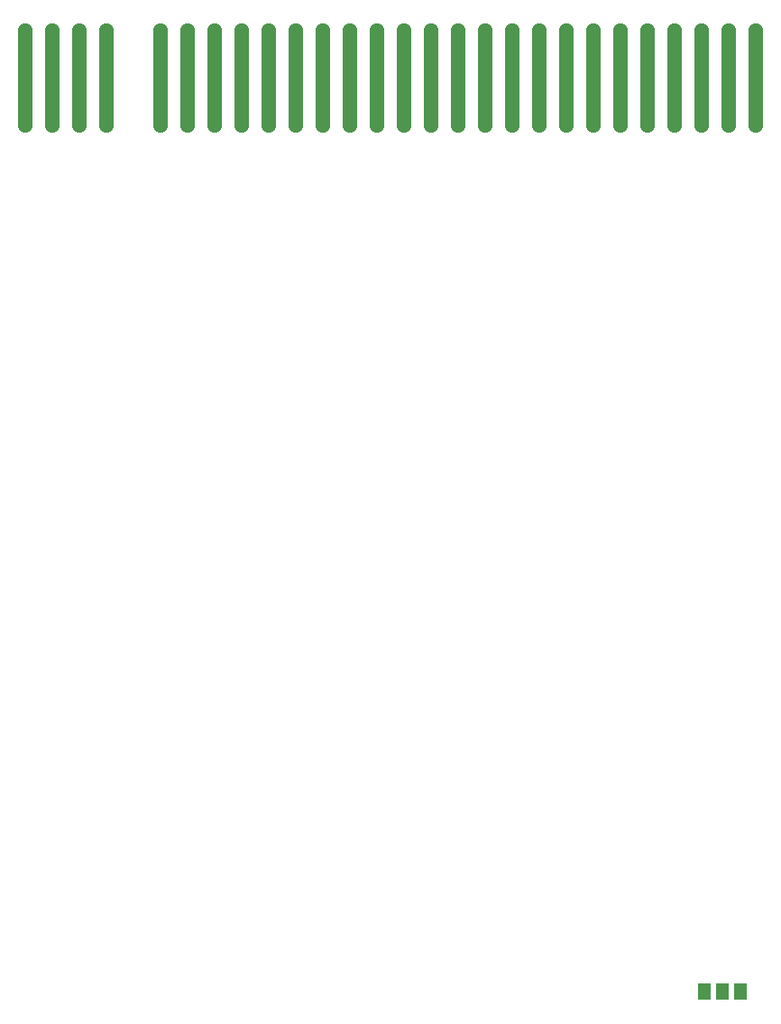
<source format=gtp>
G04 EAGLE Gerber RS-274X export*
G75*
%MOMM*%
%FSLAX34Y34*%
%LPD*%
%INTop Paste*%
%IPPOS*%
%AMOC8*
5,1,8,0,0,1.08239X$1,22.5*%
G01*
%ADD10C,1.143000*%
%ADD11R,1.300000X1.500000*%


D10*
X1213485Y1308735D02*
X1213485Y1218565D01*
X1212215Y1218565D01*
X1212215Y1308735D01*
X1213485Y1308735D01*
X1213485Y1229423D02*
X1212215Y1229423D01*
X1212215Y1240281D02*
X1213485Y1240281D01*
X1213485Y1251139D02*
X1212215Y1251139D01*
X1212215Y1261997D02*
X1213485Y1261997D01*
X1213485Y1272855D02*
X1212215Y1272855D01*
X1212215Y1283713D02*
X1213485Y1283713D01*
X1213485Y1294571D02*
X1212215Y1294571D01*
X1212215Y1305429D02*
X1213485Y1305429D01*
X1238885Y1308735D02*
X1238885Y1218565D01*
X1237615Y1218565D01*
X1237615Y1308735D01*
X1238885Y1308735D01*
X1238885Y1229423D02*
X1237615Y1229423D01*
X1237615Y1240281D02*
X1238885Y1240281D01*
X1238885Y1251139D02*
X1237615Y1251139D01*
X1237615Y1261997D02*
X1238885Y1261997D01*
X1238885Y1272855D02*
X1237615Y1272855D01*
X1237615Y1283713D02*
X1238885Y1283713D01*
X1238885Y1294571D02*
X1237615Y1294571D01*
X1237615Y1305429D02*
X1238885Y1305429D01*
X1264285Y1308735D02*
X1264285Y1218565D01*
X1263015Y1218565D01*
X1263015Y1308735D01*
X1264285Y1308735D01*
X1264285Y1229423D02*
X1263015Y1229423D01*
X1263015Y1240281D02*
X1264285Y1240281D01*
X1264285Y1251139D02*
X1263015Y1251139D01*
X1263015Y1261997D02*
X1264285Y1261997D01*
X1264285Y1272855D02*
X1263015Y1272855D01*
X1263015Y1283713D02*
X1264285Y1283713D01*
X1264285Y1294571D02*
X1263015Y1294571D01*
X1263015Y1305429D02*
X1264285Y1305429D01*
X1289685Y1308735D02*
X1289685Y1218565D01*
X1288415Y1218565D01*
X1288415Y1308735D01*
X1289685Y1308735D01*
X1289685Y1229423D02*
X1288415Y1229423D01*
X1288415Y1240281D02*
X1289685Y1240281D01*
X1289685Y1251139D02*
X1288415Y1251139D01*
X1288415Y1261997D02*
X1289685Y1261997D01*
X1289685Y1272855D02*
X1288415Y1272855D01*
X1288415Y1283713D02*
X1289685Y1283713D01*
X1289685Y1294571D02*
X1288415Y1294571D01*
X1288415Y1305429D02*
X1289685Y1305429D01*
X1340485Y1308735D02*
X1340485Y1218565D01*
X1339215Y1218565D01*
X1339215Y1308735D01*
X1340485Y1308735D01*
X1340485Y1229423D02*
X1339215Y1229423D01*
X1339215Y1240281D02*
X1340485Y1240281D01*
X1340485Y1251139D02*
X1339215Y1251139D01*
X1339215Y1261997D02*
X1340485Y1261997D01*
X1340485Y1272855D02*
X1339215Y1272855D01*
X1339215Y1283713D02*
X1340485Y1283713D01*
X1340485Y1294571D02*
X1339215Y1294571D01*
X1339215Y1305429D02*
X1340485Y1305429D01*
X1365885Y1308735D02*
X1365885Y1218565D01*
X1364615Y1218565D01*
X1364615Y1308735D01*
X1365885Y1308735D01*
X1365885Y1229423D02*
X1364615Y1229423D01*
X1364615Y1240281D02*
X1365885Y1240281D01*
X1365885Y1251139D02*
X1364615Y1251139D01*
X1364615Y1261997D02*
X1365885Y1261997D01*
X1365885Y1272855D02*
X1364615Y1272855D01*
X1364615Y1283713D02*
X1365885Y1283713D01*
X1365885Y1294571D02*
X1364615Y1294571D01*
X1364615Y1305429D02*
X1365885Y1305429D01*
X1391285Y1308735D02*
X1391285Y1218565D01*
X1390015Y1218565D01*
X1390015Y1308735D01*
X1391285Y1308735D01*
X1391285Y1229423D02*
X1390015Y1229423D01*
X1390015Y1240281D02*
X1391285Y1240281D01*
X1391285Y1251139D02*
X1390015Y1251139D01*
X1390015Y1261997D02*
X1391285Y1261997D01*
X1391285Y1272855D02*
X1390015Y1272855D01*
X1390015Y1283713D02*
X1391285Y1283713D01*
X1391285Y1294571D02*
X1390015Y1294571D01*
X1390015Y1305429D02*
X1391285Y1305429D01*
X1416685Y1308735D02*
X1416685Y1218565D01*
X1415415Y1218565D01*
X1415415Y1308735D01*
X1416685Y1308735D01*
X1416685Y1229423D02*
X1415415Y1229423D01*
X1415415Y1240281D02*
X1416685Y1240281D01*
X1416685Y1251139D02*
X1415415Y1251139D01*
X1415415Y1261997D02*
X1416685Y1261997D01*
X1416685Y1272855D02*
X1415415Y1272855D01*
X1415415Y1283713D02*
X1416685Y1283713D01*
X1416685Y1294571D02*
X1415415Y1294571D01*
X1415415Y1305429D02*
X1416685Y1305429D01*
X1442085Y1308735D02*
X1442085Y1218565D01*
X1440815Y1218565D01*
X1440815Y1308735D01*
X1442085Y1308735D01*
X1442085Y1229423D02*
X1440815Y1229423D01*
X1440815Y1240281D02*
X1442085Y1240281D01*
X1442085Y1251139D02*
X1440815Y1251139D01*
X1440815Y1261997D02*
X1442085Y1261997D01*
X1442085Y1272855D02*
X1440815Y1272855D01*
X1440815Y1283713D02*
X1442085Y1283713D01*
X1442085Y1294571D02*
X1440815Y1294571D01*
X1440815Y1305429D02*
X1442085Y1305429D01*
X1467485Y1308735D02*
X1467485Y1218565D01*
X1466215Y1218565D01*
X1466215Y1308735D01*
X1467485Y1308735D01*
X1467485Y1229423D02*
X1466215Y1229423D01*
X1466215Y1240281D02*
X1467485Y1240281D01*
X1467485Y1251139D02*
X1466215Y1251139D01*
X1466215Y1261997D02*
X1467485Y1261997D01*
X1467485Y1272855D02*
X1466215Y1272855D01*
X1466215Y1283713D02*
X1467485Y1283713D01*
X1467485Y1294571D02*
X1466215Y1294571D01*
X1466215Y1305429D02*
X1467485Y1305429D01*
X1492885Y1308735D02*
X1492885Y1218565D01*
X1491615Y1218565D01*
X1491615Y1308735D01*
X1492885Y1308735D01*
X1492885Y1229423D02*
X1491615Y1229423D01*
X1491615Y1240281D02*
X1492885Y1240281D01*
X1492885Y1251139D02*
X1491615Y1251139D01*
X1491615Y1261997D02*
X1492885Y1261997D01*
X1492885Y1272855D02*
X1491615Y1272855D01*
X1491615Y1283713D02*
X1492885Y1283713D01*
X1492885Y1294571D02*
X1491615Y1294571D01*
X1491615Y1305429D02*
X1492885Y1305429D01*
X1518285Y1308735D02*
X1518285Y1218565D01*
X1517015Y1218565D01*
X1517015Y1308735D01*
X1518285Y1308735D01*
X1518285Y1229423D02*
X1517015Y1229423D01*
X1517015Y1240281D02*
X1518285Y1240281D01*
X1518285Y1251139D02*
X1517015Y1251139D01*
X1517015Y1261997D02*
X1518285Y1261997D01*
X1518285Y1272855D02*
X1517015Y1272855D01*
X1517015Y1283713D02*
X1518285Y1283713D01*
X1518285Y1294571D02*
X1517015Y1294571D01*
X1517015Y1305429D02*
X1518285Y1305429D01*
X1543685Y1308735D02*
X1543685Y1218565D01*
X1542415Y1218565D01*
X1542415Y1308735D01*
X1543685Y1308735D01*
X1543685Y1229423D02*
X1542415Y1229423D01*
X1542415Y1240281D02*
X1543685Y1240281D01*
X1543685Y1251139D02*
X1542415Y1251139D01*
X1542415Y1261997D02*
X1543685Y1261997D01*
X1543685Y1272855D02*
X1542415Y1272855D01*
X1542415Y1283713D02*
X1543685Y1283713D01*
X1543685Y1294571D02*
X1542415Y1294571D01*
X1542415Y1305429D02*
X1543685Y1305429D01*
X1569085Y1308735D02*
X1569085Y1218565D01*
X1567815Y1218565D01*
X1567815Y1308735D01*
X1569085Y1308735D01*
X1569085Y1229423D02*
X1567815Y1229423D01*
X1567815Y1240281D02*
X1569085Y1240281D01*
X1569085Y1251139D02*
X1567815Y1251139D01*
X1567815Y1261997D02*
X1569085Y1261997D01*
X1569085Y1272855D02*
X1567815Y1272855D01*
X1567815Y1283713D02*
X1569085Y1283713D01*
X1569085Y1294571D02*
X1567815Y1294571D01*
X1567815Y1305429D02*
X1569085Y1305429D01*
X1594485Y1308735D02*
X1594485Y1218565D01*
X1593215Y1218565D01*
X1593215Y1308735D01*
X1594485Y1308735D01*
X1594485Y1229423D02*
X1593215Y1229423D01*
X1593215Y1240281D02*
X1594485Y1240281D01*
X1594485Y1251139D02*
X1593215Y1251139D01*
X1593215Y1261997D02*
X1594485Y1261997D01*
X1594485Y1272855D02*
X1593215Y1272855D01*
X1593215Y1283713D02*
X1594485Y1283713D01*
X1594485Y1294571D02*
X1593215Y1294571D01*
X1593215Y1305429D02*
X1594485Y1305429D01*
X1619885Y1308735D02*
X1619885Y1218565D01*
X1618615Y1218565D01*
X1618615Y1308735D01*
X1619885Y1308735D01*
X1619885Y1229423D02*
X1618615Y1229423D01*
X1618615Y1240281D02*
X1619885Y1240281D01*
X1619885Y1251139D02*
X1618615Y1251139D01*
X1618615Y1261997D02*
X1619885Y1261997D01*
X1619885Y1272855D02*
X1618615Y1272855D01*
X1618615Y1283713D02*
X1619885Y1283713D01*
X1619885Y1294571D02*
X1618615Y1294571D01*
X1618615Y1305429D02*
X1619885Y1305429D01*
X1645285Y1308735D02*
X1645285Y1218565D01*
X1644015Y1218565D01*
X1644015Y1308735D01*
X1645285Y1308735D01*
X1645285Y1229423D02*
X1644015Y1229423D01*
X1644015Y1240281D02*
X1645285Y1240281D01*
X1645285Y1251139D02*
X1644015Y1251139D01*
X1644015Y1261997D02*
X1645285Y1261997D01*
X1645285Y1272855D02*
X1644015Y1272855D01*
X1644015Y1283713D02*
X1645285Y1283713D01*
X1645285Y1294571D02*
X1644015Y1294571D01*
X1644015Y1305429D02*
X1645285Y1305429D01*
X1670685Y1308735D02*
X1670685Y1218565D01*
X1669415Y1218565D01*
X1669415Y1308735D01*
X1670685Y1308735D01*
X1670685Y1229423D02*
X1669415Y1229423D01*
X1669415Y1240281D02*
X1670685Y1240281D01*
X1670685Y1251139D02*
X1669415Y1251139D01*
X1669415Y1261997D02*
X1670685Y1261997D01*
X1670685Y1272855D02*
X1669415Y1272855D01*
X1669415Y1283713D02*
X1670685Y1283713D01*
X1670685Y1294571D02*
X1669415Y1294571D01*
X1669415Y1305429D02*
X1670685Y1305429D01*
X1696085Y1308735D02*
X1696085Y1218565D01*
X1694815Y1218565D01*
X1694815Y1308735D01*
X1696085Y1308735D01*
X1696085Y1229423D02*
X1694815Y1229423D01*
X1694815Y1240281D02*
X1696085Y1240281D01*
X1696085Y1251139D02*
X1694815Y1251139D01*
X1694815Y1261997D02*
X1696085Y1261997D01*
X1696085Y1272855D02*
X1694815Y1272855D01*
X1694815Y1283713D02*
X1696085Y1283713D01*
X1696085Y1294571D02*
X1694815Y1294571D01*
X1694815Y1305429D02*
X1696085Y1305429D01*
X1721485Y1308735D02*
X1721485Y1218565D01*
X1720215Y1218565D01*
X1720215Y1308735D01*
X1721485Y1308735D01*
X1721485Y1229423D02*
X1720215Y1229423D01*
X1720215Y1240281D02*
X1721485Y1240281D01*
X1721485Y1251139D02*
X1720215Y1251139D01*
X1720215Y1261997D02*
X1721485Y1261997D01*
X1721485Y1272855D02*
X1720215Y1272855D01*
X1720215Y1283713D02*
X1721485Y1283713D01*
X1721485Y1294571D02*
X1720215Y1294571D01*
X1720215Y1305429D02*
X1721485Y1305429D01*
X1746885Y1308735D02*
X1746885Y1218565D01*
X1745615Y1218565D01*
X1745615Y1308735D01*
X1746885Y1308735D01*
X1746885Y1229423D02*
X1745615Y1229423D01*
X1745615Y1240281D02*
X1746885Y1240281D01*
X1746885Y1251139D02*
X1745615Y1251139D01*
X1745615Y1261997D02*
X1746885Y1261997D01*
X1746885Y1272855D02*
X1745615Y1272855D01*
X1745615Y1283713D02*
X1746885Y1283713D01*
X1746885Y1294571D02*
X1745615Y1294571D01*
X1745615Y1305429D02*
X1746885Y1305429D01*
X1772285Y1308735D02*
X1772285Y1218565D01*
X1771015Y1218565D01*
X1771015Y1308735D01*
X1772285Y1308735D01*
X1772285Y1229423D02*
X1771015Y1229423D01*
X1771015Y1240281D02*
X1772285Y1240281D01*
X1772285Y1251139D02*
X1771015Y1251139D01*
X1771015Y1261997D02*
X1772285Y1261997D01*
X1772285Y1272855D02*
X1771015Y1272855D01*
X1771015Y1283713D02*
X1772285Y1283713D01*
X1772285Y1294571D02*
X1771015Y1294571D01*
X1771015Y1305429D02*
X1772285Y1305429D01*
X1797685Y1308735D02*
X1797685Y1218565D01*
X1796415Y1218565D01*
X1796415Y1308735D01*
X1797685Y1308735D01*
X1797685Y1229423D02*
X1796415Y1229423D01*
X1796415Y1240281D02*
X1797685Y1240281D01*
X1797685Y1251139D02*
X1796415Y1251139D01*
X1796415Y1261997D02*
X1797685Y1261997D01*
X1797685Y1272855D02*
X1796415Y1272855D01*
X1796415Y1283713D02*
X1797685Y1283713D01*
X1797685Y1294571D02*
X1796415Y1294571D01*
X1796415Y1305429D02*
X1797685Y1305429D01*
X1823085Y1308735D02*
X1823085Y1218565D01*
X1821815Y1218565D01*
X1821815Y1308735D01*
X1823085Y1308735D01*
X1823085Y1229423D02*
X1821815Y1229423D01*
X1821815Y1240281D02*
X1823085Y1240281D01*
X1823085Y1251139D02*
X1821815Y1251139D01*
X1821815Y1261997D02*
X1823085Y1261997D01*
X1823085Y1272855D02*
X1821815Y1272855D01*
X1821815Y1283713D02*
X1823085Y1283713D01*
X1823085Y1294571D02*
X1821815Y1294571D01*
X1821815Y1305429D02*
X1823085Y1305429D01*
X1848485Y1308735D02*
X1848485Y1218565D01*
X1847215Y1218565D01*
X1847215Y1308735D01*
X1848485Y1308735D01*
X1848485Y1229423D02*
X1847215Y1229423D01*
X1847215Y1240281D02*
X1848485Y1240281D01*
X1848485Y1251139D02*
X1847215Y1251139D01*
X1847215Y1261997D02*
X1848485Y1261997D01*
X1848485Y1272855D02*
X1847215Y1272855D01*
X1847215Y1283713D02*
X1848485Y1283713D01*
X1848485Y1294571D02*
X1847215Y1294571D01*
X1847215Y1305429D02*
X1848485Y1305429D01*
X1873885Y1308735D02*
X1873885Y1218565D01*
X1872615Y1218565D01*
X1872615Y1308735D01*
X1873885Y1308735D01*
X1873885Y1229423D02*
X1872615Y1229423D01*
X1872615Y1240281D02*
X1873885Y1240281D01*
X1873885Y1251139D02*
X1872615Y1251139D01*
X1872615Y1261997D02*
X1873885Y1261997D01*
X1873885Y1272855D02*
X1872615Y1272855D01*
X1872615Y1283713D02*
X1873885Y1283713D01*
X1873885Y1294571D02*
X1872615Y1294571D01*
X1872615Y1305429D02*
X1873885Y1305429D01*
X1899285Y1308735D02*
X1899285Y1218565D01*
X1898015Y1218565D01*
X1898015Y1308735D01*
X1899285Y1308735D01*
X1899285Y1229423D02*
X1898015Y1229423D01*
X1898015Y1240281D02*
X1899285Y1240281D01*
X1899285Y1251139D02*
X1898015Y1251139D01*
X1898015Y1261997D02*
X1899285Y1261997D01*
X1899285Y1272855D02*
X1898015Y1272855D01*
X1898015Y1283713D02*
X1899285Y1283713D01*
X1899285Y1294571D02*
X1898015Y1294571D01*
X1898015Y1305429D02*
X1899285Y1305429D01*
D11*
X1849900Y406400D03*
X1866900Y406400D03*
X1883900Y406400D03*
M02*

</source>
